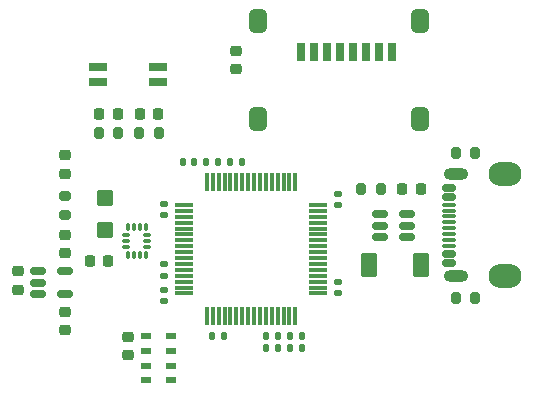
<source format=gbr>
%TF.GenerationSoftware,KiCad,Pcbnew,9.0.1*%
%TF.CreationDate,2025-04-10T15:19:34-04:00*%
%TF.ProjectId,ride-along-module,72696465-2d61-46c6-9f6e-672d6d6f6475,rev?*%
%TF.SameCoordinates,Original*%
%TF.FileFunction,Paste,Top*%
%TF.FilePolarity,Positive*%
%FSLAX46Y46*%
G04 Gerber Fmt 4.6, Leading zero omitted, Abs format (unit mm)*
G04 Created by KiCad (PCBNEW 9.0.1) date 2025-04-10 15:19:34*
%MOMM*%
%LPD*%
G01*
G04 APERTURE LIST*
G04 Aperture macros list*
%AMRoundRect*
0 Rectangle with rounded corners*
0 $1 Rounding radius*
0 $2 $3 $4 $5 $6 $7 $8 $9 X,Y pos of 4 corners*
0 Add a 4 corners polygon primitive as box body*
4,1,4,$2,$3,$4,$5,$6,$7,$8,$9,$2,$3,0*
0 Add four circle primitives for the rounded corners*
1,1,$1+$1,$2,$3*
1,1,$1+$1,$4,$5*
1,1,$1+$1,$6,$7*
1,1,$1+$1,$8,$9*
0 Add four rect primitives between the rounded corners*
20,1,$1+$1,$2,$3,$4,$5,0*
20,1,$1+$1,$4,$5,$6,$7,0*
20,1,$1+$1,$6,$7,$8,$9,0*
20,1,$1+$1,$8,$9,$2,$3,0*%
G04 Aperture macros list end*
%ADD10RoundRect,0.140000X-0.170000X0.140000X-0.170000X-0.140000X0.170000X-0.140000X0.170000X0.140000X0*%
%ADD11RoundRect,0.200000X-0.200000X-0.275000X0.200000X-0.275000X0.200000X0.275000X-0.200000X0.275000X0*%
%ADD12RoundRect,0.218750X-0.256250X0.218750X-0.256250X-0.218750X0.256250X-0.218750X0.256250X0.218750X0*%
%ADD13RoundRect,0.225000X0.250000X-0.225000X0.250000X0.225000X-0.250000X0.225000X-0.250000X-0.225000X0*%
%ADD14RoundRect,0.200000X0.200000X0.275000X-0.200000X0.275000X-0.200000X-0.275000X0.200000X-0.275000X0*%
%ADD15R,0.950000X0.550000*%
%ADD16RoundRect,0.250000X0.450000X0.800000X-0.450000X0.800000X-0.450000X-0.800000X0.450000X-0.800000X0*%
%ADD17RoundRect,0.087500X-0.087500X0.225000X-0.087500X-0.225000X0.087500X-0.225000X0.087500X0.225000X0*%
%ADD18RoundRect,0.087500X-0.225000X0.087500X-0.225000X-0.087500X0.225000X-0.087500X0.225000X0.087500X0*%
%ADD19RoundRect,0.140000X0.140000X0.170000X-0.140000X0.170000X-0.140000X-0.170000X0.140000X-0.170000X0*%
%ADD20RoundRect,0.225000X-0.250000X0.225000X-0.250000X-0.225000X0.250000X-0.225000X0.250000X0.225000X0*%
%ADD21RoundRect,0.140000X0.170000X-0.140000X0.170000X0.140000X-0.170000X0.140000X-0.170000X-0.140000X0*%
%ADD22RoundRect,0.200000X0.275000X-0.200000X0.275000X0.200000X-0.275000X0.200000X-0.275000X-0.200000X0*%
%ADD23RoundRect,0.150000X0.425000X-0.150000X0.425000X0.150000X-0.425000X0.150000X-0.425000X-0.150000X0*%
%ADD24RoundRect,0.075000X0.500000X-0.075000X0.500000X0.075000X-0.500000X0.075000X-0.500000X-0.075000X0*%
%ADD25O,2.100000X1.000000*%
%ADD26O,2.794000X2.032000*%
%ADD27RoundRect,0.140000X-0.140000X-0.170000X0.140000X-0.170000X0.140000X0.170000X-0.140000X0.170000X0*%
%ADD28RoundRect,0.225000X-0.225000X-0.250000X0.225000X-0.250000X0.225000X0.250000X-0.225000X0.250000X0*%
%ADD29R,0.800000X1.500000*%
%ADD30RoundRect,0.362500X-0.362500X-0.637500X0.362500X-0.637500X0.362500X0.637500X-0.362500X0.637500X0*%
%ADD31RoundRect,0.225000X0.225000X0.250000X-0.225000X0.250000X-0.225000X-0.250000X0.225000X-0.250000X0*%
%ADD32RoundRect,0.218750X0.218750X0.256250X-0.218750X0.256250X-0.218750X-0.256250X0.218750X-0.256250X0*%
%ADD33RoundRect,0.250000X0.445000X-0.457500X0.445000X0.457500X-0.445000X0.457500X-0.445000X-0.457500X0*%
%ADD34RoundRect,0.190000X-0.610000X-0.190000X0.610000X-0.190000X0.610000X0.190000X-0.610000X0.190000X0*%
%ADD35RoundRect,0.150000X-0.512500X-0.150000X0.512500X-0.150000X0.512500X0.150000X-0.512500X0.150000X0*%
%ADD36RoundRect,0.150000X0.512500X0.150000X-0.512500X0.150000X-0.512500X-0.150000X0.512500X-0.150000X0*%
%ADD37RoundRect,0.147500X-0.147500X-0.172500X0.147500X-0.172500X0.147500X0.172500X-0.147500X0.172500X0*%
%ADD38RoundRect,0.075000X-0.700000X-0.075000X0.700000X-0.075000X0.700000X0.075000X-0.700000X0.075000X0*%
%ADD39RoundRect,0.075000X-0.075000X-0.700000X0.075000X-0.700000X0.075000X0.700000X-0.075000X0.700000X0*%
G04 APERTURE END LIST*
D10*
%TO.C,C8*%
X134112000Y-77371000D03*
X134112000Y-78331000D03*
%TD*%
D11*
%TO.C,R1*%
X150813000Y-68834000D03*
X152463000Y-68834000D03*
%TD*%
%TO.C,R4*%
X128591000Y-64135000D03*
X130241000Y-64135000D03*
%TD*%
D12*
%TO.C,D3*%
X125730000Y-66014500D03*
X125730000Y-67589500D03*
%TD*%
D13*
%TO.C,C18*%
X125730000Y-74308000D03*
X125730000Y-72758000D03*
%TD*%
D14*
%TO.C,R2*%
X160464000Y-78105000D03*
X158814000Y-78105000D03*
%TD*%
D15*
%TO.C,U4*%
X132597000Y-81310000D03*
X132597000Y-82560000D03*
X132597000Y-83810000D03*
X132597000Y-85060000D03*
X134747000Y-85060000D03*
X134747000Y-83810000D03*
X134747000Y-82560000D03*
X134747000Y-81310000D03*
%TD*%
D10*
%TO.C,C10*%
X134112000Y-70104000D03*
X134112000Y-71064000D03*
%TD*%
D16*
%TO.C,D2*%
X155870000Y-75311000D03*
X151470000Y-75311000D03*
%TD*%
D17*
%TO.C,U5*%
X132564000Y-72097000D03*
X132064000Y-72097000D03*
X131564000Y-72097000D03*
X131064000Y-72097000D03*
D18*
X130901500Y-72759500D03*
X130901500Y-73259500D03*
X130901500Y-73759500D03*
D17*
X131064000Y-74422000D03*
X131564000Y-74422000D03*
X132064000Y-74422000D03*
X132564000Y-74422000D03*
D18*
X132726500Y-73759500D03*
X132726500Y-73259500D03*
X132726500Y-72759500D03*
%TD*%
D19*
%TO.C,C1*%
X143761000Y-81277000D03*
X142801000Y-81277000D03*
%TD*%
D14*
%TO.C,R5*%
X133691000Y-64116000D03*
X132041000Y-64116000D03*
%TD*%
D20*
%TO.C,C15*%
X140208000Y-57137000D03*
X140208000Y-58687000D03*
%TD*%
D19*
%TO.C,C6*%
X136652000Y-66548000D03*
X135692000Y-66548000D03*
%TD*%
D21*
%TO.C,C12*%
X148844000Y-77696000D03*
X148844000Y-76736000D03*
%TD*%
D22*
%TO.C,R6*%
X125730000Y-71079500D03*
X125730000Y-69429500D03*
%TD*%
D20*
%TO.C,C17*%
X125730000Y-79235000D03*
X125730000Y-80785000D03*
%TD*%
D23*
%TO.C,J1*%
X158255600Y-75132800D03*
X158255600Y-74332800D03*
D24*
X158255600Y-73182800D03*
X158255600Y-72182800D03*
X158255600Y-71682800D03*
X158255600Y-70682800D03*
D23*
X158255600Y-69532800D03*
X158255600Y-68732800D03*
X158255600Y-68732800D03*
X158255600Y-69532800D03*
D24*
X158255600Y-70182800D03*
X158255600Y-71182800D03*
X158255600Y-72682800D03*
X158255600Y-73682800D03*
D23*
X158255600Y-74332800D03*
X158255600Y-75132800D03*
D25*
X158830600Y-76252800D03*
D26*
X163010600Y-76252800D03*
D25*
X158830600Y-67612800D03*
D26*
X163010600Y-67612800D03*
%TD*%
D14*
%TO.C,R3*%
X160464000Y-65786000D03*
X158814000Y-65786000D03*
%TD*%
D21*
%TO.C,C11*%
X134137000Y-76197000D03*
X134137000Y-75237000D03*
%TD*%
D19*
%TO.C,C5*%
X143736000Y-82296000D03*
X142776000Y-82296000D03*
%TD*%
D27*
%TO.C,C3*%
X139728000Y-66548000D03*
X140688000Y-66548000D03*
%TD*%
D28*
%TO.C,C14*%
X132091000Y-62516000D03*
X133641000Y-62516000D03*
%TD*%
D19*
%TO.C,C9*%
X139164000Y-81280000D03*
X138204000Y-81280000D03*
%TD*%
D29*
%TO.C,J2*%
X145757000Y-57240500D03*
X146857000Y-57240500D03*
X147957000Y-57240500D03*
X149057000Y-57240500D03*
X150157000Y-57240500D03*
X151257000Y-57240500D03*
X152357000Y-57240500D03*
X153457000Y-57240500D03*
D30*
X142087000Y-54640500D03*
X142087000Y-62940500D03*
X155837000Y-54640500D03*
X155837000Y-62940500D03*
%TD*%
D31*
%TO.C,C21*%
X129399500Y-74930000D03*
X127849500Y-74930000D03*
%TD*%
D20*
%TO.C,C19*%
X131064000Y-81394000D03*
X131064000Y-82944000D03*
%TD*%
D27*
%TO.C,C7*%
X144808000Y-81280000D03*
X145768000Y-81280000D03*
%TD*%
D32*
%TO.C,D1*%
X155854500Y-68834000D03*
X154279500Y-68834000D03*
%TD*%
D33*
%TO.C,C20*%
X129159000Y-72345500D03*
X129159000Y-69640500D03*
%TD*%
D27*
%TO.C,C2*%
X137696000Y-66548000D03*
X138656000Y-66548000D03*
%TD*%
D34*
%TO.C,SW1*%
X128524000Y-58547000D03*
X128524000Y-59817000D03*
X133604000Y-59817000D03*
X133604000Y-58547000D03*
%TD*%
D20*
%TO.C,C16*%
X121793000Y-75819000D03*
X121793000Y-77369000D03*
%TD*%
D35*
%TO.C,U3*%
X123449500Y-75824000D03*
X123449500Y-76774000D03*
X123449500Y-77724000D03*
X125724500Y-77724000D03*
X125724500Y-75824000D03*
%TD*%
D28*
%TO.C,C4*%
X128641000Y-62516000D03*
X130191000Y-62516000D03*
%TD*%
D36*
%TO.C,U1*%
X154725800Y-72898000D03*
X154725800Y-71948000D03*
X154725800Y-70998000D03*
X152450800Y-70998000D03*
X152450800Y-71948000D03*
X152450800Y-72898000D03*
%TD*%
D37*
%TO.C,L1*%
X144826000Y-82296000D03*
X145796000Y-82296000D03*
%TD*%
D38*
%TO.C,U2*%
X135824000Y-70201000D03*
X135824000Y-70701000D03*
X135824000Y-71201000D03*
X135824000Y-71701000D03*
X135824000Y-72201000D03*
X135824000Y-72701000D03*
X135824000Y-73201000D03*
X135824000Y-73701000D03*
X135824000Y-74201000D03*
X135824000Y-74701000D03*
X135824000Y-75201000D03*
X135824000Y-75701000D03*
X135824000Y-76201000D03*
X135824000Y-76701000D03*
X135824000Y-77201000D03*
X135824000Y-77701000D03*
D39*
X137749000Y-79626000D03*
X138249000Y-79626000D03*
X138749000Y-79626000D03*
X139249000Y-79626000D03*
X139749000Y-79626000D03*
X140249000Y-79626000D03*
X140749000Y-79626000D03*
X141249000Y-79626000D03*
X141749000Y-79626000D03*
X142249000Y-79626000D03*
X142749000Y-79626000D03*
X143249000Y-79626000D03*
X143749000Y-79626000D03*
X144249000Y-79626000D03*
X144749000Y-79626000D03*
X145249000Y-79626000D03*
D38*
X147174000Y-77701000D03*
X147174000Y-77201000D03*
X147174000Y-76701000D03*
X147174000Y-76201000D03*
X147174000Y-75701000D03*
X147174000Y-75201000D03*
X147174000Y-74701000D03*
X147174000Y-74201000D03*
X147174000Y-73701000D03*
X147174000Y-73201000D03*
X147174000Y-72701000D03*
X147174000Y-72201000D03*
X147174000Y-71701000D03*
X147174000Y-71201000D03*
X147174000Y-70701000D03*
X147174000Y-70201000D03*
D39*
X145249000Y-68276000D03*
X144749000Y-68276000D03*
X144249000Y-68276000D03*
X143749000Y-68276000D03*
X143249000Y-68276000D03*
X142749000Y-68276000D03*
X142249000Y-68276000D03*
X141749000Y-68276000D03*
X141249000Y-68276000D03*
X140749000Y-68276000D03*
X140249000Y-68276000D03*
X139749000Y-68276000D03*
X139249000Y-68276000D03*
X138749000Y-68276000D03*
X138249000Y-68276000D03*
X137749000Y-68276000D03*
%TD*%
D21*
%TO.C,C13*%
X148844000Y-70203000D03*
X148844000Y-69243000D03*
%TD*%
M02*

</source>
